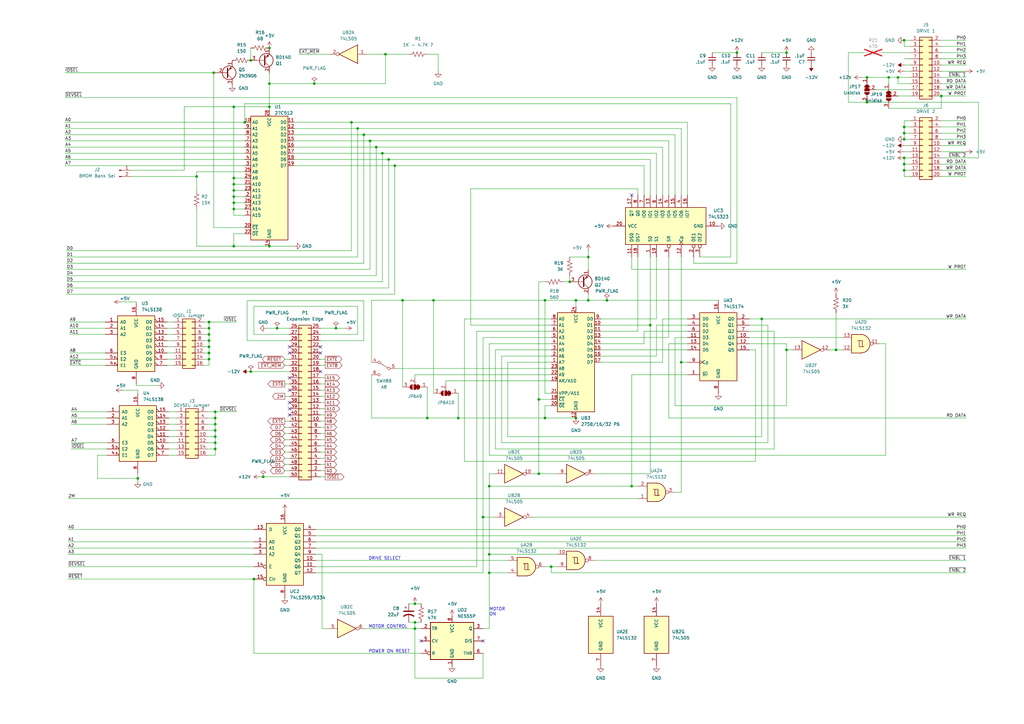
<source format=kicad_sch>
(kicad_sch
	(version 20250114)
	(generator "eeschema")
	(generator_version "9.0")
	(uuid "8d29f76a-632b-4d71-951f-82f85a7a70e9")
	(paper "A3")
	
	(text "DRIVE SELECT"
		(exclude_from_sim no)
		(at 151.13 229.87 0)
		(effects
			(font
				(size 1.27 1.27)
			)
			(justify left bottom)
		)
		(uuid "32096c80-1d98-4ed0-8b17-2c750151b76c")
	)
	(text "MOTOR CONTROL"
		(exclude_from_sim no)
		(at 151.13 257.81 0)
		(effects
			(font
				(size 1.27 1.27)
			)
			(justify left bottom)
		)
		(uuid "b6ef62f4-c465-4c3c-acae-af238f4f26b2")
	)
	(text "POWER ON RESET"
		(exclude_from_sim no)
		(at 151.13 267.97 0)
		(effects
			(font
				(size 1.27 1.27)
			)
			(justify left bottom)
		)
		(uuid "dc85ec82-107c-4516-8ee4-ef92570893f2")
	)
	(text "MOTOR\nON"
		(exclude_from_sim no)
		(at 200.66 252.73 0)
		(effects
			(font
				(size 1.27 1.27)
			)
			(justify left bottom)
		)
		(uuid "f1de4597-caac-4049-8722-f6b4249c5637")
	)
	(junction
		(at 266.7 133.35)
		(diameter 0)
		(color 0 0 0 0)
		(uuid "0a7b412f-70cb-4bdd-ac90-37c18fe81247")
	)
	(junction
		(at 113.665 134.62)
		(diameter 0)
		(color 0 0 0 0)
		(uuid "0d70563e-f092-45cc-a046-356b7b533eae")
	)
	(junction
		(at 175.26 171.45)
		(diameter 0)
		(color 0 0 0 0)
		(uuid "0fcd1b19-a0e9-41d2-b72f-544f1d650623")
	)
	(junction
		(at 128.905 34.29)
		(diameter 0)
		(color 0 0 0 0)
		(uuid "11855bad-6517-4f30-a89f-01fa51388bef")
	)
	(junction
		(at 85.725 144.78)
		(diameter 0)
		(color 0 0 0 0)
		(uuid "15605a0c-cf96-43bb-bf76-4c3d136378e6")
	)
	(junction
		(at 85.725 142.24)
		(diameter 0)
		(color 0 0 0 0)
		(uuid "1d4718a5-778a-4c3f-af8e-520b4e244b5b")
	)
	(junction
		(at 88.265 184.15)
		(diameter 0)
		(color 0 0 0 0)
		(uuid "1e542cfd-ea36-43ee-93f7-7150fc86a6b4")
	)
	(junction
		(at 368.3 31.75)
		(diameter 0)
		(color 0 0 0 0)
		(uuid "1e8fbe2b-8679-4f6a-aaab-41b5049b065b")
	)
	(junction
		(at 386.08 39.37)
		(diameter 0)
		(color 0 0 0 0)
		(uuid "1ea8a149-4aba-4853-bb4c-0394837ed622")
	)
	(junction
		(at 95.885 100.965)
		(diameter 0)
		(color 0 0 0 0)
		(uuid "213e2fcc-48bd-4204-9d48-9a943fc64cd6")
	)
	(junction
		(at 200.66 227.33)
		(diameter 0)
		(color 0 0 0 0)
		(uuid "21deab9e-fe49-40f1-b271-ad9e3c1158a7")
	)
	(junction
		(at 88.265 168.91)
		(diameter 0)
		(color 0 0 0 0)
		(uuid "24448ccd-4e6b-4297-b1cd-b6b3f34a53d5")
	)
	(junction
		(at 95.885 78.105)
		(diameter 0)
		(color 0 0 0 0)
		(uuid "25f08a18-5173-49a1-aa77-e63c3fb09d67")
	)
	(junction
		(at 158.115 22.225)
		(diameter 0)
		(color 0 0 0 0)
		(uuid "27b08bf3-8111-4a1b-96e8-87c4fc51cf03")
	)
	(junction
		(at 100.33 50.165)
		(diameter 0)
		(color 0 0 0 0)
		(uuid "28fb8a3f-b729-4ea4-99d2-cd1ac9fbe931")
	)
	(junction
		(at 88.265 179.07)
		(diameter 0)
		(color 0 0 0 0)
		(uuid "2c34ae5a-d1be-4bcf-bebe-ffa670279c84")
	)
	(junction
		(at 241.3 105.41)
		(diameter 0)
		(color 0 0 0 0)
		(uuid "2fbcbfb6-89ff-44c4-b8ab-a14cc42ccb95")
	)
	(junction
		(at 177.8 123.19)
		(diameter 0)
		(color 0 0 0 0)
		(uuid "2fbe639f-423f-406d-b3a5-bf37d891e6a4")
	)
	(junction
		(at 146.685 52.705)
		(diameter 0)
		(color 0 0 0 0)
		(uuid "30f5f225-0a6f-48a9-bb29-175458688e88")
	)
	(junction
		(at 88.265 176.53)
		(diameter 0)
		(color 0 0 0 0)
		(uuid "3cd3a86d-dd12-4db6-88c3-bb7512f569e8")
	)
	(junction
		(at 95.885 85.725)
		(diameter 0)
		(color 0 0 0 0)
		(uuid "3d15289f-6bd0-498d-9a91-a024047ae632")
	)
	(junction
		(at 370.84 57.15)
		(diameter 0)
		(color 0 0 0 0)
		(uuid "40c57ef4-872a-4933-bfac-3fad98a7faeb")
	)
	(junction
		(at 248.92 123.19)
		(diameter 0)
		(color 0 0 0 0)
		(uuid "411117a2-cbb1-4f78-ac10-4506435da1cc")
	)
	(junction
		(at 95.885 73.025)
		(diameter 0)
		(color 0 0 0 0)
		(uuid "44338e21-f061-4f16-bddc-4b95d1200ff8")
	)
	(junction
		(at 56.515 196.215)
		(diameter 0)
		(color 0 0 0 0)
		(uuid "4474fbc5-95c0-46eb-be76-03f928b7ae21")
	)
	(junction
		(at 302.26 21.59)
		(diameter 0)
		(color 0 0 0 0)
		(uuid "463c12d8-e767-4dd8-97c0-cdb283823d10")
	)
	(junction
		(at 110.49 19.685)
		(diameter 0)
		(color 0 0 0 0)
		(uuid "48f81a56-49db-4185-8015-98a131804cbb")
	)
	(junction
		(at 259.08 199.39)
		(diameter 0)
		(color 0 0 0 0)
		(uuid "4d1bf63f-0fa7-41aa-b85c-9f91e7e3a330")
	)
	(junction
		(at 322.58 21.59)
		(diameter 0)
		(color 0 0 0 0)
		(uuid "5050a3d7-cc2e-41dc-a3ff-0ef2e03614ae")
	)
	(junction
		(at 88.265 171.45)
		(diameter 0)
		(color 0 0 0 0)
		(uuid "528db227-f1ec-48a4-84f3-957e6a0e2945")
	)
	(junction
		(at 85.725 137.16)
		(diameter 0)
		(color 0 0 0 0)
		(uuid "567b4917-422e-4da3-896c-e3f1f7b69bc9")
	)
	(junction
		(at 370.84 16.51)
		(diameter 0)
		(color 0 0 0 0)
		(uuid "5d0ce87b-48fa-46aa-8a28-60ec56664695")
	)
	(junction
		(at 88.265 181.61)
		(diameter 0)
		(color 0 0 0 0)
		(uuid "5f72fc10-b556-4014-a2dc-4c1edea61bbb")
	)
	(junction
		(at 154.305 60.325)
		(diameter 0)
		(color 0 0 0 0)
		(uuid "69a5cb29-894a-4088-9123-a45b36745aad")
	)
	(junction
		(at 88.265 173.99)
		(diameter 0)
		(color 0 0 0 0)
		(uuid "6beb30db-72de-42e8-a0d7-1b562182385d")
	)
	(junction
		(at 220.98 194.31)
		(diameter 0)
		(color 0 0 0 0)
		(uuid "6c2f69b3-9b7c-434c-bb20-a6baea35c014")
	)
	(junction
		(at 102.87 152.4)
		(diameter 0)
		(color 0 0 0 0)
		(uuid "73168b4e-2496-40f1-8c4e-8403ce5a783a")
	)
	(junction
		(at 104.14 237.49)
		(diameter 0)
		(color 0 0 0 0)
		(uuid "73b75c6b-0481-4c40-949d-c5403ad081db")
	)
	(junction
		(at 223.52 171.45)
		(diameter 0)
		(color 0 0 0 0)
		(uuid "74ce27dd-9302-47bd-9530-c0089a1ffdd7")
	)
	(junction
		(at 223.52 123.19)
		(diameter 0)
		(color 0 0 0 0)
		(uuid "765d1403-fae0-4f23-849a-ea42aa11bdd6")
	)
	(junction
		(at 370.84 54.61)
		(diameter 0)
		(color 0 0 0 0)
		(uuid "786a55f6-f68a-4747-9143-eb9c21ad29f8")
	)
	(junction
		(at 161.925 67.945)
		(diameter 0)
		(color 0 0 0 0)
		(uuid "797db6ae-81a2-4e43-b4a3-1a961e3d2ce2")
	)
	(junction
		(at 151.765 57.785)
		(diameter 0)
		(color 0 0 0 0)
		(uuid "7b51218c-7899-428e-9d5a-d5cbdf48df8f")
	)
	(junction
		(at 159.385 65.405)
		(diameter 0)
		(color 0 0 0 0)
		(uuid "7fbb1f98-7376-4587-9074-f062416820d2")
	)
	(junction
		(at 241.3 123.19)
		(diameter 0)
		(color 0 0 0 0)
		(uuid "813bc9ac-6aff-4f98-8f32-f441000ea493")
	)
	(junction
		(at 233.68 115.57)
		(diameter 0)
		(color 0 0 0 0)
		(uuid "817bd96e-b692-4715-983a-e1dd4ef73bb8")
	)
	(junction
		(at 95.885 83.185)
		(diameter 0)
		(color 0 0 0 0)
		(uuid "82e60a17-5192-47b0-809b-9d2b4e3e2a41")
	)
	(junction
		(at 85.725 132.08)
		(diameter 0)
		(color 0 0 0 0)
		(uuid "83915695-10b4-4375-96ca-404e57c38876")
	)
	(junction
		(at 144.145 50.165)
		(diameter 0)
		(color 0 0 0 0)
		(uuid "84cb6800-fdec-4336-9e0d-692f16a0e20e")
	)
	(junction
		(at 279.4 148.59)
		(diameter 0)
		(color 0 0 0 0)
		(uuid "87a0eb59-2dce-441c-9dd8-c0e92ab69b80")
	)
	(junction
		(at 236.22 171.45)
		(diameter 0)
		(color 0 0 0 0)
		(uuid "87ab83de-161e-4d4e-95e6-304ff7d02787")
	)
	(junction
		(at 198.12 212.09)
		(diameter 0)
		(color 0 0 0 0)
		(uuid "8e5d7652-5f57-4b05-a03e-7724a43fa613")
	)
	(junction
		(at 322.58 143.51)
		(diameter 0)
		(color 0 0 0 0)
		(uuid "9072744a-3983-4bde-8321-c7b4fbdcaee0")
	)
	(junction
		(at 170.18 257.81)
		(diameter 0)
		(color 0 0 0 0)
		(uuid "94683f4a-bad4-4ca4-aec8-1e76d7911546")
	)
	(junction
		(at 170.18 255.27)
		(diameter 0)
		(color 0 0 0 0)
		(uuid "9689360c-62f4-4ccd-928a-0354a8b12062")
	)
	(junction
		(at 170.18 247.65)
		(diameter 0)
		(color 0 0 0 0)
		(uuid "98f039f2-3a30-409f-8e2f-7f3bd469c43e")
	)
	(junction
		(at 370.84 52.07)
		(diameter 0)
		(color 0 0 0 0)
		(uuid "9a860088-5b1b-4997-b300-ff2cfa89e410")
	)
	(junction
		(at 80.645 72.39)
		(diameter 0)
		(color 0 0 0 0)
		(uuid "9c85b338-410e-4f21-85a1-16cc577a80f6")
	)
	(junction
		(at 220.98 163.83)
		(diameter 0)
		(color 0 0 0 0)
		(uuid "a1539d1c-64c7-4e6f-8a9c-97c280e75a99")
	)
	(junction
		(at 156.845 62.865)
		(diameter 0)
		(color 0 0 0 0)
		(uuid "a40c354b-9e3f-4183-952c-982ff222b866")
	)
	(junction
		(at 85.725 134.62)
		(diameter 0)
		(color 0 0 0 0)
		(uuid "a83d4110-ac2d-4f84-be37-09b66f571eb9")
	)
	(junction
		(at 370.84 67.31)
		(diameter 0)
		(color 0 0 0 0)
		(uuid "a8b53387-bb5e-4160-878a-021b66310ef4")
	)
	(junction
		(at 95.885 80.645)
		(diameter 0)
		(color 0 0 0 0)
		(uuid "a8beffd9-87f8-453c-afce-3b5f62487bd7")
	)
	(junction
		(at 110.49 34.29)
		(diameter 0)
		(color 0 0 0 0)
		(uuid "aa1ed054-f711-417c-8905-992984459449")
	)
	(junction
		(at 87.63 29.845)
		(diameter 0)
		(color 0 0 0 0)
		(uuid "aa8fb7e6-99cf-47d0-8987-dd0143778620")
	)
	(junction
		(at 85.725 147.32)
		(diameter 0)
		(color 0 0 0 0)
		(uuid "b1fa9f39-1a4a-4822-9751-a1f130395fdb")
	)
	(junction
		(at 85.725 139.7)
		(diameter 0)
		(color 0 0 0 0)
		(uuid "b39130d2-2e46-4427-8a0f-d53c56f819d3")
	)
	(junction
		(at 200.66 199.39)
		(diameter 0)
		(color 0 0 0 0)
		(uuid "b3d6d337-68bb-4836-b7fe-89e885bcad7c")
	)
	(junction
		(at 107.95 195.58)
		(diameter 0)
		(color 0 0 0 0)
		(uuid "b43531cc-d855-47bf-9fda-9f8d05b34154")
	)
	(junction
		(at 370.84 64.77)
		(diameter 0)
		(color 0 0 0 0)
		(uuid "b6c465a5-bb87-454a-97c7-05467e0dccf6")
	)
	(junction
		(at 200.66 234.95)
		(diameter 0)
		(color 0 0 0 0)
		(uuid "bf10109e-476a-4edb-af39-68c09c46d515")
	)
	(junction
		(at 149.225 55.245)
		(diameter 0)
		(color 0 0 0 0)
		(uuid "bf139f30-b47c-44ad-b650-ef3c6c14a974")
	)
	(junction
		(at 187.96 171.45)
		(diameter 0)
		(color 0 0 0 0)
		(uuid "c08062d7-1b78-4587-b25a-178cfd6e8359")
	)
	(junction
		(at 165.1 123.19)
		(diameter 0)
		(color 0 0 0 0)
		(uuid "df6e76e0-121d-4bfb-882d-7e2eb0e220e9")
	)
	(junction
		(at 355.6 31.75)
		(diameter 0)
		(color 0 0 0 0)
		(uuid "e148e5c5-24ad-4f9f-95ae-ac7f40a64813")
	)
	(junction
		(at 342.9 143.51)
		(diameter 0)
		(color 0 0 0 0)
		(uuid "e2416487-9682-4e25-b69e-39b86bcb6212")
	)
	(junction
		(at 137.795 134.62)
		(diameter 0)
		(color 0 0 0 0)
		(uuid "e76ea7fc-527b-4625-91f4-3cce4c59b318")
	)
	(junction
		(at 110.49 100.965)
		(diameter 0)
		(color 0 0 0 0)
		(uuid "e7731c50-b6c3-43ed-a754-4cb97513f8f8")
	)
	(junction
		(at 236.22 123.19)
		(diameter 0)
		(color 0 0 0 0)
		(uuid "e7b57ddc-28e9-4fe3-beee-f7ac91049199")
	)
	(junction
		(at 370.84 69.85)
		(diameter 0)
		(color 0 0 0 0)
		(uuid "e842378a-2f4b-489f-9cb1-df531ab6638b")
	)
	(junction
		(at 312.42 130.81)
		(diameter 0)
		(color 0 0 0 0)
		(uuid "ec467555-1589-4c66-b85c-290dc8c684e7")
	)
	(junction
		(at 95.885 43.815)
		(diameter 0)
		(color 0 0 0 0)
		(uuid "ec4ee92f-b995-4c82-a511-8424fb0c79b2")
	)
	(junction
		(at 102.87 24.765)
		(diameter 0)
		(color 0 0 0 0)
		(uuid "f3c78879-5f49-4fbc-8c25-cdbf689615e4")
	)
	(junction
		(at 226.06 232.41)
		(diameter 0)
		(color 0 0 0 0)
		(uuid "f7d6edbc-0cf0-400c-bdd8-390463e62a6f")
	)
	(junction
		(at 364.49 31.75)
		(diameter 0)
		(color 0 0 0 0)
		(uuid "f866dbb5-de03-4d6d-a840-f4944249ed73")
	)
	(junction
		(at 95.885 75.565)
		(diameter 0)
		(color 0 0 0 0)
		(uuid "fc92d096-10d0-42f8-9ddf-df80125b38cd")
	)
	(junction
		(at 355.6 41.91)
		(diameter 0)
		(color 0 0 0 0)
		(uuid "fe2cb73c-c9d3-40ab-a3af-645fc2e660d9")
	)
	(junction
		(at 110.49 43.815)
		(diameter 0)
		(color 0 0 0 0)
		(uuid "fe4b238e-e2ac-4962-9665-41ac3473b4bd")
	)
	(no_connect
		(at 131.445 142.24)
		(uuid "09cb5ca2-f037-4767-bd4d-094c054413ca")
	)
	(no_connect
		(at 118.745 144.78)
		(uuid "0c808b20-1ba0-487f-bde6-631fcdf86992")
	)
	(no_connect
		(at 172.72 262.89)
		(uuid "24ce83df-adc7-49b1-8de5-59140a6a241c")
	)
	(no_connect
		(at 259.08 80.01)
		(uuid "3801ac87-4c62-4d90-bb89-bd02a827a7a2")
	)
	(no_connect
		(at 118.745 167.64)
		(uuid "3df9b39c-f7bd-4e28-98f6-f2a8b555dccf")
	)
	(no_connect
		(at 118.745 165.1)
		(uuid "5ea4b0f4-536a-4279-ac4c-04203f194641")
	)
	(no_connect
		(at 131.445 144.78)
		(uuid "74c89753-aa43-46ac-82d6-f1c8035f7dc9")
	)
	(no_connect
		(at 198.12 262.89)
		(uuid "76bde493-9706-455b-a7ea-a279cace855f")
	)
	(no_connect
		(at 118.745 160.02)
		(uuid "7f40a9b2-6015-430a-bf2e-e9397fb5675f")
	)
	(no_connect
		(at 118.745 142.24)
		(uuid "845f3c28-3ea3-4169-9f2b-9dd6d4e7a7f3")
	)
	(no_connect
		(at 131.445 152.4)
		(uuid "a65c5215-f32e-4281-a70d-d2e04994f325")
	)
	(no_connect
		(at 118.745 170.18)
		(uuid "cc97dbf1-a437-4548-ac8f-50dfd2b59e4a")
	)
	(no_connect
		(at 118.745 154.94)
		(uuid "dfa21c67-ce2b-471f-aa3e-6773bee1e862")
	)
	(wire
		(pts
			(xy 322.58 140.97) (xy 322.58 143.51)
		)
		(stroke
			(width 0)
			(type default)
		)
		(uuid "002fd2d7-be66-4a87-8e49-65dcdd3be486")
	)
	(wire
		(pts
			(xy 386.08 44.45) (xy 386.08 39.37)
		)
		(stroke
			(width 0)
			(type default)
		)
		(uuid "005520ab-aa54-434d-95d0-10b1cd21ee1c")
	)
	(wire
		(pts
			(xy 85.725 132.08) (xy 85.725 134.62)
		)
		(stroke
			(width 0)
			(type default)
		)
		(uuid "00a94d22-003f-40ec-845f-c4453633bc53")
	)
	(wire
		(pts
			(xy 56.515 194.31) (xy 56.515 196.215)
		)
		(stroke
			(width 0)
			(type default)
		)
		(uuid "010d2632-ed4a-42a1-88c1-728d0e602dd6")
	)
	(wire
		(pts
			(xy 193.04 77.47) (xy 193.04 133.35)
		)
		(stroke
			(width 0)
			(type default)
		)
		(uuid "01cfb3cc-45cf-4443-824a-1ca7d2dfc72d")
	)
	(wire
		(pts
			(xy 170.18 257.81) (xy 172.72 257.81)
		)
		(stroke
			(width 0)
			(type default)
		)
		(uuid "02da0d16-3d12-46a4-9bc8-dac4689f99fc")
	)
	(wire
		(pts
			(xy 28.575 134.62) (xy 43.18 134.62)
		)
		(stroke
			(width 0)
			(type default)
		)
		(uuid "0372d352-2b15-4522-a99d-9b308d4b21f3")
	)
	(wire
		(pts
			(xy 236.22 123.19) (xy 236.22 125.73)
		)
		(stroke
			(width 0)
			(type default)
		)
		(uuid "03d3d3d3-e776-4c5d-a5f8-483f41545fa0")
	)
	(wire
		(pts
			(xy 276.86 55.245) (xy 276.86 80.01)
		)
		(stroke
			(width 0)
			(type default)
		)
		(uuid "040f556c-b731-474e-ba57-fe04d7580ff1")
	)
	(wire
		(pts
			(xy 203.2 184.15) (xy 317.5 184.15)
		)
		(stroke
			(width 0)
			(type default)
		)
		(uuid "0553e7ea-1d50-48ac-ac36-3cd63cd9aeea")
	)
	(wire
		(pts
			(xy 370.84 54.61) (xy 370.84 57.15)
		)
		(stroke
			(width 0)
			(type default)
		)
		(uuid "05fc52a7-2bcc-4649-8376-4c214b84bb97")
	)
	(wire
		(pts
			(xy 205.74 146.05) (xy 226.06 146.05)
		)
		(stroke
			(width 0)
			(type default)
		)
		(uuid "066d9bf1-cbb7-4a76-8a70-c98dcfc4f1de")
	)
	(wire
		(pts
			(xy 83.82 137.16) (xy 85.725 137.16)
		)
		(stroke
			(width 0)
			(type default)
		)
		(uuid "069b6b70-2781-406e-a655-e9752625b982")
	)
	(wire
		(pts
			(xy 104.14 125.603) (xy 104.14 137.16)
		)
		(stroke
			(width 0)
			(type default)
		)
		(uuid "07f2b615-5605-464c-80d8-11014832cdd0")
	)
	(wire
		(pts
			(xy 158.115 34.29) (xy 158.115 22.225)
		)
		(stroke
			(width 0)
			(type default)
		)
		(uuid "07f86f79-4086-4875-8ceb-b9ee61abd8d7")
	)
	(wire
		(pts
			(xy 129.54 229.87) (xy 208.28 229.87)
		)
		(stroke
			(width 0)
			(type default)
		)
		(uuid "07f89384-a348-4bbf-a28a-b33c80b0b3ed")
	)
	(wire
		(pts
			(xy 386.08 69.85) (xy 396.24 69.85)
		)
		(stroke
			(width 0)
			(type default)
		)
		(uuid "08362519-b1e4-4590-b4b6-c24b3a2cf7bb")
	)
	(wire
		(pts
			(xy 110.49 100.965) (xy 95.885 100.965)
		)
		(stroke
			(width 0)
			(type default)
		)
		(uuid "08b944f9-7dea-4203-be7a-53c1dd3bf68f")
	)
	(wire
		(pts
			(xy 190.5 189.23) (xy 309.88 189.23)
		)
		(stroke
			(width 0)
			(type default)
		)
		(uuid "0a546a50-d10e-4e34-9f3b-20da1ac81caa")
	)
	(wire
		(pts
			(xy 226.06 234.95) (xy 396.24 234.95)
		)
		(stroke
			(width 0)
			(type default)
		)
		(uuid "0ae6ec9f-c2d0-41a1-90f4-0b58ed9f7c02")
	)
	(wire
		(pts
			(xy 120.65 60.325) (xy 154.305 60.325)
		)
		(stroke
			(width 0)
			(type default)
		)
		(uuid "0b9926af-65cd-4ea2-9312-fe7c9913ce8e")
	)
	(wire
		(pts
			(xy 83.82 139.7) (xy 85.725 139.7)
		)
		(stroke
			(width 0)
			(type default)
		)
		(uuid "0be18984-773f-49ef-a1ef-0ae3e40ae114")
	)
	(wire
		(pts
			(xy 246.38 133.35) (xy 266.7 133.35)
		)
		(stroke
			(width 0)
			(type default)
		)
		(uuid "0c7cadb5-6da1-4221-83d0-f0170aff118f")
	)
	(wire
		(pts
			(xy 131.445 185.42) (xy 133.35 185.42)
		)
		(stroke
			(width 0)
			(type default)
		)
		(uuid "0cd9d382-dd16-4687-ae20-27db55c4969f")
	)
	(wire
		(pts
			(xy 322.58 21.59) (xy 312.42 21.59)
		)
		(stroke
			(width 0)
			(type default)
		)
		(uuid "0eb99482-694f-4ff1-89fa-58ae1322d661")
	)
	(wire
		(pts
			(xy 95.885 83.185) (xy 95.885 85.725)
		)
		(stroke
			(width 0)
			(type default)
		)
		(uuid "0ee42175-0922-4fb8-8624-c0ef2f28e750")
	)
	(wire
		(pts
			(xy 29.21 173.99) (xy 43.815 173.99)
		)
		(stroke
			(width 0)
			(type default)
		)
		(uuid "0eeabcd7-348c-496c-bf89-9efee8011e76")
	)
	(wire
		(pts
			(xy 75.565 43.815) (xy 75.565 69.85)
		)
		(stroke
			(width 0)
			(type default)
		)
		(uuid "0f6a6bb9-658a-4cc8-aaab-2f8456bff783")
	)
	(wire
		(pts
			(xy 220.98 115.57) (xy 220.98 163.83)
		)
		(stroke
			(width 0)
			(type default)
		)
		(uuid "0fe8bb65-946b-4e9d-a4b7-45277f4d9e4f")
	)
	(wire
		(pts
			(xy 131.445 157.48) (xy 133.35 157.48)
		)
		(stroke
			(width 0)
			(type default)
		)
		(uuid "11530c3b-e92a-4222-8587-26beff227523")
	)
	(wire
		(pts
			(xy 85.725 144.78) (xy 85.725 147.32)
		)
		(stroke
			(width 0)
			(type default)
		)
		(uuid "11dd4137-c665-4866-85ed-f9fe8e15cd9c")
	)
	(wire
		(pts
			(xy 146.685 125.603) (xy 104.14 125.603)
		)
		(stroke
			(width 0)
			(type default)
		)
		(uuid "12ae0546-56ce-4946-ae78-a3f728f0fec8")
	)
	(wire
		(pts
			(xy 80.645 78.105) (xy 80.645 72.39)
		)
		(stroke
			(width 0)
			(type default)
		)
		(uuid "1494a00a-d5e6-40d3-8a0d-634b4142dc48")
	)
	(wire
		(pts
			(xy 226.06 161.29) (xy 223.52 161.29)
		)
		(stroke
			(width 0)
			(type default)
		)
		(uuid "149baa04-afbc-442d-a24d-04fa0302b60f")
	)
	(wire
		(pts
			(xy 129.54 219.71) (xy 396.24 219.71)
		)
		(stroke
			(width 0)
			(type default)
		)
		(uuid "1509c567-c73b-47f2-8d0f-5f03d2c921cd")
	)
	(wire
		(pts
			(xy 101.346 139.7) (xy 118.745 139.7)
		)
		(stroke
			(width 0)
			(type default)
		)
		(uuid "151c7a5c-1632-4466-9a42-660310eb7d64")
	)
	(wire
		(pts
			(xy 116.84 162.56) (xy 118.745 162.56)
		)
		(stroke
			(width 0)
			(type default)
		)
		(uuid "15b9b2c6-c334-4e36-8e4f-94f73fcd7630")
	)
	(wire
		(pts
			(xy 131.445 149.86) (xy 133.35 149.86)
		)
		(stroke
			(width 0)
			(type default)
		)
		(uuid "16401bde-830b-4199-83e6-9779a594a4d2")
	)
	(wire
		(pts
			(xy 116.84 187.96) (xy 118.745 187.96)
		)
		(stroke
			(width 0)
			(type default)
		)
		(uuid "17982d4b-6e11-43bc-b285-ce88a4c766c4")
	)
	(wire
		(pts
			(xy 223.52 171.45) (xy 223.52 166.37)
		)
		(stroke
			(width 0)
			(type default)
		)
		(uuid "17a59436-bf7f-49eb-83e7-c1eeb88a8e1e")
	)
	(wire
		(pts
			(xy 95.885 100.965) (xy 95.885 95.885)
		)
		(stroke
			(width 0)
			(type default)
		)
		(uuid "17b486da-f482-4b8d-b0cc-0d229a8453ed")
	)
	(wire
		(pts
			(xy 149.225 55.245) (xy 149.225 107.95)
		)
		(stroke
			(width 0)
			(type default)
		)
		(uuid "188d085c-7dae-4530-bce0-1bd1ae787617")
	)
	(wire
		(pts
			(xy 27.305 105.41) (xy 146.685 105.41)
		)
		(stroke
			(width 0)
			(type default)
		)
		(uuid "18bb29e6-bd56-4695-9c90-9d4b55326793")
	)
	(wire
		(pts
			(xy 95.885 80.645) (xy 100.33 80.645)
		)
		(stroke
			(width 0)
			(type default)
		)
		(uuid "18cd97b8-567e-461a-a569-6d9b12001701")
	)
	(wire
		(pts
			(xy 161.925 67.945) (xy 161.925 120.65)
		)
		(stroke
			(width 0)
			(type default)
		)
		(uuid "19500551-9ab5-4760-9805-a118fda9c985")
	)
	(wire
		(pts
			(xy 137.795 134.62) (xy 141.605 134.62)
		)
		(stroke
			(width 0)
			(type default)
		)
		(uuid "1aba3dc2-049b-4e21-8ae3-c106f809e894")
	)
	(wire
		(pts
			(xy 299.72 105.41) (xy 287.02 105.41)
		)
		(stroke
			(width 0)
			(type default)
		)
		(uuid "1b90a748-4469-4403-b368-76126115304b")
	)
	(wire
		(pts
			(xy 131.445 182.88) (xy 133.35 182.88)
		)
		(stroke
			(width 0)
			(type default)
		)
		(uuid "1bdb2ec4-0b54-486d-ab8a-3a3cf73fc46f")
	)
	(wire
		(pts
			(xy 386.08 67.31) (xy 396.24 67.31)
		)
		(stroke
			(width 0)
			(type default)
		)
		(uuid "1be80b5c-5e71-4a4a-961c-b34579570a79")
	)
	(wire
		(pts
			(xy 80.645 100.965) (xy 95.885 100.965)
		)
		(stroke
			(width 0)
			(type default)
		)
		(uuid "1c2e235a-339a-47a3-aba3-d1a6fd75e080")
	)
	(wire
		(pts
			(xy 144.145 50.165) (xy 281.94 50.165)
		)
		(stroke
			(width 0)
			(type default)
		)
		(uuid "1c9db634-753f-4221-a5bc-7ad4208eb554")
	)
	(wire
		(pts
			(xy 129.54 224.79) (xy 396.24 224.79)
		)
		(stroke
			(width 0)
			(type default)
		)
		(uuid "1cab1c13-e5e2-44d6-8611-199df41cc51a")
	)
	(wire
		(pts
			(xy 386.08 57.15) (xy 396.24 57.15)
		)
		(stroke
			(width 0)
			(type default)
		)
		(uuid "1d496e3c-d9a8-486f-a410-c99bf08bd807")
	)
	(wire
		(pts
			(xy 182.88 156.21) (xy 226.06 156.21)
		)
		(stroke
			(width 0)
			(type default)
		)
		(uuid "1d645bd8-e4d0-4196-b656-0a2f2aeb2164")
	)
	(wire
		(pts
			(xy 364.49 31.75) (xy 368.3 31.75)
		)
		(stroke
			(width 0)
			(type default)
		)
		(uuid "1dda161e-260d-4726-85f3-e91e571d654a")
	)
	(wire
		(pts
			(xy 198.12 138.43) (xy 198.12 212.09)
		)
		(stroke
			(width 0)
			(type default)
		)
		(uuid "1e9b3331-6e4c-425f-bd5b-40abfe37006d")
	)
	(wire
		(pts
			(xy 159.385 65.405) (xy 159.385 118.11)
		)
		(stroke
			(width 0)
			(type default)
		)
		(uuid "1eb92119-727b-45ae-afe1-c32360d66c60")
	)
	(wire
		(pts
			(xy 236.22 123.19) (xy 241.3 123.19)
		)
		(stroke
			(width 0)
			(type default)
		)
		(uuid "1f822886-b150-4786-b463-4be39e03903a")
	)
	(wire
		(pts
			(xy 386.08 64.77) (xy 401.32 64.77)
		)
		(stroke
			(width 0)
			(type default)
		)
		(uuid "1fe2f8af-ca13-49d2-b540-1d676020e7bd")
	)
	(wire
		(pts
			(xy 149.225 139.7) (xy 149.225 123.317)
		)
		(stroke
			(width 0)
			(type default)
		)
		(uuid "203d27a7-ebba-4d12-badd-bc5fc73a868a")
	)
	(wire
		(pts
			(xy 146.685 52.705) (xy 279.4 52.705)
		)
		(stroke
			(width 0)
			(type default)
		)
		(uuid "206dcf71-bf16-4891-9f5e-88ec4e245610")
	)
	(wire
		(pts
			(xy 302.26 21.59) (xy 292.1 21.59)
		)
		(stroke
			(width 0)
			(type default)
		)
		(uuid "20b6a1e8-b9fb-42eb-aebb-c1936f2291ce")
	)
	(wire
		(pts
			(xy 68.58 142.24) (xy 71.12 142.24)
		)
		(stroke
			(width 0)
			(type default)
		)
		(uuid "226991fb-ca2b-48ff-8520-0a29fe7d9306")
	)
	(wire
		(pts
			(xy 353.06 31.75) (xy 355.6 31.75)
		)
		(stroke
			(width 0)
			(type default)
		)
		(uuid "22875feb-91b0-472b-8b00-e74ac9893d1e")
	)
	(wire
		(pts
			(xy 269.24 62.865) (xy 269.24 80.01)
		)
		(stroke
			(width 0)
			(type default)
		)
		(uuid "2375a23b-508c-4bd3-8e4f-5aebe6b07800")
	)
	(wire
		(pts
			(xy 80.645 72.39) (xy 80.645 70.485)
		)
		(stroke
			(width 0)
			(type default)
		)
		(uuid "23955a25-f4da-497a-b473-c0e5f5f270aa")
	)
	(wire
		(pts
			(xy 274.32 105.41) (xy 274.32 138.43)
		)
		(stroke
			(width 0)
			(type default)
		)
		(uuid "23cc4ae3-9b03-40bb-82e0-23fc4d40ea5f")
	)
	(wire
		(pts
			(xy 29.21 168.91) (xy 43.815 168.91)
		)
		(stroke
			(width 0)
			(type default)
		)
		(uuid "23d03d7f-3fa3-4262-94ef-c7d67723f473")
	)
	(wire
		(pts
			(xy 363.22 186.69) (xy 363.22 140.97)
		)
		(stroke
			(width 0)
			(type default)
		)
		(uuid "24bfe3c6-60e2-4a78-bb62-924392218143")
	)
	(wire
		(pts
			(xy 131.445 175.26) (xy 133.35 175.26)
		)
		(stroke
			(width 0)
			(type default)
		)
		(uuid "25d35aca-2b44-482d-a9c6-cd18913cbaf2")
	)
	(wire
		(pts
			(xy 317.5 184.15) (xy 317.5 135.89)
		)
		(stroke
			(width 0)
			(type default)
		)
		(uuid "26bfe3d7-2568-4e2f-8999-9e95f79e347d")
	)
	(wire
		(pts
			(xy 85.09 168.91) (xy 88.265 168.91)
		)
		(stroke
			(width 0)
			(type default)
		)
		(uuid "27b53377-6b90-493b-b895-b0fcefdc409c")
	)
	(wire
		(pts
			(xy 55.88 158.115) (xy 55.88 157.48)
		)
		(stroke
			(width 0)
			(type default)
		)
		(uuid "285627d0-acc1-4cd2-89a3-1af34c724ae4")
	)
	(wire
		(pts
			(xy 226.06 140.97) (xy 200.66 140.97)
		)
		(stroke
			(width 0)
			(type default)
		)
		(uuid "2955a851-e884-4a7a-9a3c-fd1a5dc84502")
	)
	(wire
		(pts
			(xy 27.94 204.47) (xy 261.62 204.47)
		)
		(stroke
			(width 0)
			(type default)
		)
		(uuid "29c06ac6-9c42-4ff5-bb25-48d0c8388580")
	)
	(wire
		(pts
			(xy 170.18 278.13) (xy 170.18 257.81)
		)
		(stroke
			(width 0)
			(type default)
		)
		(uuid "2a298268-8c25-4a45-ac9c-e4dea7c4f57f")
	)
	(wire
		(pts
			(xy 100.33 42.545) (xy 100.33 50.165)
		)
		(stroke
			(width 0)
			(type default)
		)
		(uuid "2a2a7cf9-e7e9-47ed-92d0-ed0421f9cb4d")
	)
	(wire
		(pts
			(xy 131.445 170.18) (xy 133.35 170.18)
		)
		(stroke
			(width 0)
			(type default)
		)
		(uuid "2ab04268-d2c1-443d-9da8-f95d2b922db2")
	)
	(wire
		(pts
			(xy 53.975 72.39) (xy 80.645 72.39)
		)
		(stroke
			(width 0)
			(type default)
		)
		(uuid "2b5a2f12-d2ee-4114-84b5-06e37c3a525f")
	)
	(wire
		(pts
			(xy 342.9 143.51) (xy 342.9 128.27)
		)
		(stroke
			(width 0)
			(type default)
		)
		(uuid "2ba5ec4f-a8db-4682-b3f7-54096fceba9a")
	)
	(wire
		(pts
			(xy 243.84 194.31) (xy 266.7 194.31)
		)
		(stroke
			(width 0)
			(type default)
		)
		(uuid "2c16da2e-69d4-4190-802f-fbd3cd59c96a")
	)
	(wire
		(pts
			(xy 129.54 234.95) (xy 198.12 234.95)
		)
		(stroke
			(width 0)
			(type default)
		)
		(uuid "2c8f55da-067b-4d3b-820e-5c0a11e5c7ab")
	)
	(wire
		(pts
			(xy 266.7 65.405) (xy 266.7 80.01)
		)
		(stroke
			(width 0)
			(type default)
		)
		(uuid "2c9b0c63-46b3-42f9-8c9e-6a34c099e00c")
	)
	(wire
		(pts
			(xy 27.305 102.87) (xy 144.145 102.87)
		)
		(stroke
			(width 0)
			(type default)
		)
		(uuid "2cbe804e-fa9f-40b7-8273-4e50a6d4c6f4")
	)
	(wire
		(pts
			(xy 27.305 107.95) (xy 149.225 107.95)
		)
		(stroke
			(width 0)
			(type default)
		)
		(uuid "2cc0634a-2688-4834-ae28-e2595dafd825")
	)
	(wire
		(pts
			(xy 200.66 227.33) (xy 200.66 234.95)
		)
		(stroke
			(width 0)
			(type default)
		)
		(uuid "2cc630b5-2500-4fa2-886f-ccf6a7ba2fa0")
	)
	(wire
		(pts
			(xy 95.885 83.185) (xy 100.33 83.185)
		)
		(stroke
			(width 0)
			(type default)
		)
		(uuid "2d35af53-f4dc-4d5f-894d-cb4d07b6d7c6")
	)
	(wire
		(pts
			(xy 259.08 153.67) (xy 281.94 153.67)
		)
		(stroke
			(width 0)
			(type default)
		)
		(uuid "2d486cf5-9a66-448a-ba10-6b0c54ed43a4")
	)
	(wire
		(pts
			(xy 83.82 149.86) (xy 85.725 149.86)
		)
		(stroke
			(width 0)
			(type default)
		)
		(uuid "2e1afdfd-04a4-4a81-86fa-5d91ad3a5d78")
	)
	(wire
		(pts
			(xy 116.84 177.8) (xy 118.745 177.8)
		)
		(stroke
			(width 0)
			(type default)
		)
		(uuid "2f250031-cd09-4dcd-a85f-5ef9ad5a6c05")
	)
	(wire
		(pts
			(xy 386.08 21.59) (xy 396.24 21.59)
		)
		(stroke
			(width 0)
			(type default)
		)
		(uuid "2f6019e0-a517-4718-a181-073367eb84ab")
	)
	(wire
		(pts
			(xy 175.26 158.75) (xy 175.26 171.45)
		)
		(stroke
			(width 0)
			(type default)
		)
		(uuid "2f955026-dcda-40cb-b6e8-e3ef917240f7")
	)
	(wire
		(pts
			(xy 95.885 75.565) (xy 95.885 78.105)
		)
		(stroke
			(width 0)
			(type default)
		)
		(uuid "30403b14-9def-435c-bd6f-a85844ce71df")
	)
	(wire
		(pts
			(xy 27.305 120.65) (xy 161.925 120.65)
		)
		(stroke
			(width 0)
			(type default)
		)
		(uuid "30d6aadb-d508-4cae-a200-774e606bbfa1")
	)
	(wire
		(pts
			(xy 233.68 115.57) (xy 231.14 115.57)
		)
		(stroke
			(width 0)
			(type default)
		)
		(uuid "31b5ebc2-359a-436c-b28f-d05f12289e57")
	)
	(wire
		(pts
			(xy 261.62 105.41) (xy 261.62 135.89)
		)
		(stroke
			(width 0)
			(type default)
		)
		(uuid "31d27f1b-b8bd-4e3f-b671-71b0b22ff6ff")
	)
	(wire
		(pts
			(xy 28.575 132.08) (xy 43.18 132.08)
		)
		(stroke
			(width 0)
			(type default)
		)
		(uuid "32ebe881-783b-4267-a979-85a0df767077")
	)
	(wire
		(pts
			(xy 220.98 163.83) (xy 220.98 194.31)
		)
		(stroke
			(width 0)
			(type default)
		)
		(uuid "340ec47e-6529-496d-b02b-6dc65aedf448")
	)
	(wire
		(pts
			(xy 200.66 186.69) (xy 363.22 186.69)
		)
		(stroke
			(width 0)
			(type default)
		)
		(uuid "34df1aa3-641f-4d1c-aae0-195b7c53ff43")
	)
	(wire
		(pts
			(xy 307.34 135.89) (xy 317.5 135.89)
		)
		(stroke
			(width 0)
			(type default)
		)
		(uuid "353ea4d8-3abc-48c0-990c-e9d2b9121467")
	)
	(wire
		(pts
			(xy 281.94 50.165) (xy 281.94 80.01)
		)
		(stroke
			(width 0)
			(type default)
		)
		(uuid "355d96a7-b863-431a-a668-481b97175e85")
	)
	(wire
		(pts
			(xy 131.445 187.96) (xy 133.35 187.96)
		)
		(stroke
			(width 0)
			(type default)
		)
		(uuid "35ee101e-87d7-4b57-ab93-1eb6551f657b")
	)
	(wire
		(pts
			(xy 80.645 85.725) (xy 80.645 100.965)
		)
		(stroke
			(width 0)
			(type default)
		)
		(uuid "3602f1c3-a297-477e-8d41-723debe510c7")
	)
	(wire
		(pts
			(xy 131.445 195.58) (xy 133.35 195.58)
		)
		(stroke
			(width 0)
			(type default)
		)
		(uuid "36320a72-48da-4e36-8f3e-297e7299917f")
	)
	(wire
		(pts
			(xy 27.94 217.17) (xy 104.14 217.17)
		)
		(stroke
			(width 0)
			(type default)
		)
		(uuid "369901b2-1923-434e-a616-68211a0c0ce3")
	)
	(wire
		(pts
			(xy 49.53 123.825) (xy 55.88 123.825)
		)
		(stroke
			(width 0)
			(type default)
		)
		(uuid "3ab9f7fa-bb85-4bd9-a0b9-1a628caa4860")
	)
	(wire
		(pts
			(xy 167.64 247.65) (xy 170.18 247.65)
		)
		(stroke
			(width 0)
			(type default)
		)
		(uuid "3d57f0a0-b1c2-4787-ae65-480f4bd3f77f")
	)
	(wire
		(pts
			(xy 370.84 49.53) (xy 370.84 52.07)
		)
		(stroke
			(width 0)
			(type default)
		)
		(uuid "3d95c92d-78c7-41b6-8e43-8b3d8ab38152")
	)
	(wire
		(pts
			(xy 386.08 31.75) (xy 396.24 31.75)
		)
		(stroke
			(width 0)
			(type default)
		)
		(uuid "3ec79136-0629-45f8-b356-c72f40a2e69d")
	)
	(wire
		(pts
			(xy 218.44 194.31) (xy 220.98 194.31)
		)
		(stroke
			(width 0)
			(type default)
		)
		(uuid "3ef97970-f9aa-4dc6-890a-33e0c998d573")
	)
	(wire
		(pts
			(xy 243.84 229.87) (xy 396.24 229.87)
		)
		(stroke
			(width 0)
			(type default)
		)
		(uuid "3f141edf-b1b7-4c25-823b-bfa03f422569")
	)
	(wire
		(pts
			(xy 259.08 199.39) (xy 261.62 199.39)
		)
		(stroke
			(width 0)
			(type default)
		)
		(uuid "3fa16c28-6be2-4e36-9bc7-2cd17d08b4ad")
	)
	(wire
		(pts
			(xy 95.885 85.725) (xy 95.885 88.265)
		)
		(stroke
			(width 0)
			(type default)
		)
		(uuid "3facc87a-ce1e-47ac-b4be-1cdec47aa07f")
	)
	(wire
		(pts
			(xy 386.08 24.13) (xy 396.24 24.13)
		)
		(stroke
			(width 0)
			(type default)
		)
		(uuid "3feed079-8bc6-4d67-ab7d-8e4a65739e53")
	)
	(wire
		(pts
			(xy 43.815 186.69) (xy 40.005 186.69)
		)
		(stroke
			(width 0)
			(type default)
		)
		(uuid "3fff86d1-0215-40f2-b4f5-1d9d13e46f2d")
	)
	(wire
		(pts
			(xy 26.67 62.865) (xy 100.33 62.865)
		)
		(stroke
			(width 0)
			(type default)
		)
		(uuid "4019359a-3bb6-4c73-be9d-69368d44296d")
	)
	(wire
		(pts
			(xy 363.22 140.97) (xy 360.68 140.97)
		)
		(stroke
			(width 0)
			(type default)
		)
		(uuid "4073090a-4063-48ca-bfd0-7b0959a55051")
	)
	(wire
		(pts
			(xy 261.62 77.47) (xy 261.62 80.01)
		)
		(stroke
			(width 0)
			(type default)
		)
		(uuid "40a91ace-baf0-4028-b422-59ec3ca66b70")
	)
	(wire
		(pts
			(xy 223.52 123.19) (xy 236.22 123.19)
		)
		(stroke
			(width 0)
			(type default)
		)
		(uuid "40b37fdc-49cf-470d-801c-1a777e9b0e0e")
	)
	(wire
		(pts
			(xy 370.84 29.21) (xy 373.38 29.21)
		)
		(stroke
			(width 0)
			(type default)
		)
		(uuid "41060587-c2d8-4e8f-a01c-928ff4b0ca66")
	)
	(wire
		(pts
			(xy 156.845 62.865) (xy 156.845 115.57)
		)
		(stroke
			(width 0)
			(type default)
		)
		(uuid "42282eba-76d3-4680-9acd-29a7910d6f92")
	)
	(wire
		(pts
			(xy 85.09 184.15) (xy 88.265 184.15)
		)
		(stroke
			(width 0)
			(type default)
		)
		(uuid "43c33852-1f67-4bb5-9440-75bf4abec522")
	)
	(wire
		(pts
			(xy 226.06 135.89) (xy 195.58 135.89)
		)
		(stroke
			(width 0)
			(type default)
		)
		(uuid "465934ab-66ff-47fc-819e-58114d99ea9d")
	)
	(wire
		(pts
			(xy 28.575 137.16) (xy 43.18 137.16)
		)
		(stroke
			(width 0)
			(type default)
		)
		(uuid "490d48b1-f053-4697-8c4f-7354f1c4942b")
	)
	(wire
		(pts
			(xy 200.66 227.33) (xy 228.6 227.33)
		)
		(stroke
			(width 0)
			(type default)
		)
		(uuid "49bb305e-3022-453e-9d2d-8ba74eb866d4")
	)
	(wire
		(pts
			(xy 120.65 65.405) (xy 159.385 65.405)
		)
		(stroke
			(width 0)
			(type default)
		)
		(uuid "4a7a3df5-faa0-4584-a24d-1e962d801590")
	)
	(wire
		(pts
			(xy 246.38 138.43) (xy 274.32 138.43)
		)
		(stroke
			(width 0)
			(type default)
		)
		(uuid "4b585418-42cb-4130-9dc1-e19780fdbeff")
	)
	(wire
		(pts
			(xy 40.005 196.215) (xy 56.515 196.215)
		)
		(stroke
			(width 0)
			(type default)
		)
		(uuid "4b72144a-2762-4bc0-934e-9ff21d760d4b")
	)
	(wire
		(pts
			(xy 95.885 80.645) (xy 95.885 83.185)
		)
		(stroke
			(width 0)
			(type default)
		)
		(uuid "4c009b05-d5d4-4d36-a889-932f5925874e")
	)
	(wire
		(pts
			(xy 88.265 168.91) (xy 97.155 168.91)
		)
		(stroke
			(width 0)
			(type default)
		)
		(uuid "4c01b922-5572-40b4-9187-797f37f98304")
	)
	(wire
		(pts
			(xy 95.885 73.025) (xy 95.885 75.565)
		)
		(stroke
			(width 0)
			(type default)
		)
		(uuid "4c132c6d-df46-42cf-b45e-6aa46e7d1930")
	)
	(wire
		(pts
			(xy 27.305 110.49) (xy 151.765 110.49)
		)
		(stroke
			(width 0)
			(type default)
		)
		(uuid "4c9736e0-4d2a-48e6-a968-290a0d85c195")
	)
	(wire
		(pts
			(xy 69.215 181.61) (xy 72.39 181.61)
		)
		(stroke
			(width 0)
			(type default)
		)
		(uuid "4d65ab1b-aa46-4fa7-8dbc-568fab631322")
	)
	(wire
		(pts
			(xy 50.165 160.02) (xy 56.515 160.02)
		)
		(stroke
			(width 0)
			(type default)
		)
		(uuid "4df0addc-455f-4f25-a987-a8f3268a0193")
	)
	(wire
		(pts
			(xy 361.95 21.59) (xy 373.38 21.59)
		)
		(stroke
			(width 0)
			(type default)
		)
		(uuid "4e3aa3e8-0244-470c-bc9b-3303860903a9")
	)
	(wire
		(pts
			(xy 370.84 57.15) (xy 373.38 57.15)
		)
		(stroke
			(width 0)
			(type default)
		)
		(uuid "4e3b2be0-5f48-44a9-8d85-58e214a78b0e")
	)
	(wire
		(pts
			(xy 144.145 50.165) (xy 144.145 102.87)
		)
		(stroke
			(width 0)
			(type default)
		)
		(uuid "4ebd9146-8c37-4161-8f9d-34a263571f42")
	)
	(wire
		(pts
			(xy 226.06 130.81) (xy 190.5 130.81)
		)
		(stroke
			(width 0)
			(type default)
		)
		(uuid "4f138318-f58a-4cde-9948-128e8dd4b666")
	)
	(wire
		(pts
			(xy 274.32 140.97) (xy 281.94 140.97)
		)
		(stroke
			(width 0)
			(type default)
		)
		(uuid "4f19f767-46f5-4d76-b736-68466d9c93a0")
	)
	(wire
		(pts
			(xy 116.84 172.72) (xy 118.745 172.72)
		)
		(stroke
			(width 0)
			(type default)
		)
		(uuid "4faa7985-0186-4e99-b44b-c38c9bbb3ee9")
	)
	(wire
		(pts
			(xy 110.49 34.29) (xy 110.49 43.815)
		)
		(stroke
			(width 0)
			(type default)
		)
		(uuid "5002dc41-5ba7-4a17-8ea3-dc67333ed9cb")
	)
	(wire
		(pts
			(xy 85.09 173.99) (xy 88.265 173.99)
		)
		(stroke
			(width 0)
			(type default)
		)
		(uuid "503ed22f-e666-4adf-a7f5-9aec028d4ff9")
	)
	(wire
		(pts
			(xy 116.84 180.34) (xy 118.745 180.34)
		)
		(stroke
			(width 0)
			(type default)
		)
		(uuid "50614a38-6480-4f87-98cc-9f11de71a2bd")
	)
	(wire
		(pts
			(xy 340.36 143.51) (xy 342.9 143.51)
		)
		(stroke
			(width 0)
			(type default)
		)
		(uuid "50e1d9c1-0b2c-43f6-be44-fc8565473599")
	)
	(wire
		(pts
			(xy 198.12 212.09) (xy 198.12 234.95)
		)
		(stroke
			(width 0)
			(type default)
		)
		(uuid "50e1f7d1-0fd4-4c45-b068-56d850b41a9e")
	)
	(wire
		(pts
			(xy 200.66 199.39) (xy 200.66 194.31)
		)
		(stroke
			(width 0)
			(type default)
		)
		(uuid "512e8485-4cef-4269-bb7d-4a192cf0d938")
	)
	(wire
		(pts
			(xy 170.18 153.67) (xy 170.18 154.94)
		)
		(stroke
			(width 0)
			(type default)
		)
		(uuid "51410709-1c46-49d8-8e45-57989ad2f644")
	)
	(wire
		(pts
			(xy 56.515 160.02) (xy 56.515 161.29)
		)
		(stroke
			(width 0)
			(type default)
		)
		(uuid "52a80e8c-362d-4971-8190-c9279682555a")
	)
	(wire
		(pts
			(xy 309.88 189.23) (xy 309.88 143.51)
		)
		(stroke
			(width 0)
			(type default)
		)
		(uuid "52c4c782-599c-47c8-8692-355a1340da56")
	)
	(wire
		(pts
			(xy 122.555 22.225) (xy 135.255 22.225)
		)
		(stroke
			(width 0)
			(type default)
		)
		(uuid "531236f9-7668-4b77-9f03-d5c4d0bfea5c")
	)
	(wire
		(pts
			(xy 27.94 227.33) (xy 104.14 227.33)
		)
		(stroke
			(width 0)
			(type default)
		)
		(uuid "53d1f588-c076-4cf6-a0aa-99ccd45081d7")
	)
	(wire
		(pts
			(xy 246.38 146.05) (xy 269.24 146.05)
		)
		(stroke
			(width 0)
			(type default)
		)
		(uuid "5444680e-3db0-4d28-9e9e-ddc4f2e05e4b")
	)
	(wire
		(pts
			(xy 88.265 173.99) (xy 88.265 176.53)
		)
		(stroke
			(width 0)
			(type default)
		)
		(uuid "54cfca36-43de-4be1-9110-5a609a5e4daf")
	)
	(wire
		(pts
			(xy 85.725 147.32) (xy 85.725 149.86)
		)
		(stroke
			(width 0)
			(type default)
		)
		(uuid "5521a20e-1acd-4a1a-8221-1795308ad995")
	)
	(wire
		(pts
			(xy 368.3 31.75) (xy 368.3 34.29)
		)
		(stroke
			(width 0)
			(type default)
		)
		(uuid "5563d8bf-1470-4b92-a420-4249dcae6f17")
	)
	(wire
		(pts
			(xy 131.445 193.04) (xy 133.35 193.04)
		)
		(stroke
			(width 0)
			(type default)
		)
		(uuid "568e7785-c5b9-4059-9643-5fbc6eaade3b")
	)
	(wire
		(pts
			(xy 370.84 24.13) (xy 373.38 24.13)
		)
		(stroke
			(width 0)
			(type default)
		)
		(uuid "56c51746-5d0b-43ff-824b-4c02fc625d1c")
	)
	(wire
		(pts
			(xy 152.4 153.67) (xy 152.4 171.45)
		)
		(stroke
			(width 0)
			(type default)
		)
		(uuid "56d2c508-bf74-4585-bd61-8954d4843990")
	)
	(wire
		(pts
			(xy 170.18 255.27) (xy 172.72 255.27)
		)
		(stroke
			(width 0)
			(type default)
		)
		(uuid "57550ad2-7b70-4e60-9988-53f3dbe919d7")
	)
	(wire
		(pts
			(xy 28.575 147.32) (xy 43.18 147.32)
		)
		(stroke
			(width 0)
			(type default)
		)
		(uuid "592a6608-e914-455a-a672-a13f5e90cb0d")
	)
	(wire
		(pts
			(xy 200.66 140.97) (xy 200.66 186.69)
		)
		(stroke
			(width 0)
			(type default)
		)
		(uuid "59897a84-9c7f-4aa6-a0ed-c47fa4212e1f")
	)
	(wire
		(pts
			(xy 68.58 147.32) (xy 71.12 147.32)
		)
		(stroke
			(width 0)
			(type default)
		)
		(uuid "59dea561-016d-4e73-9c04-c1a37a062f05")
	)
	(wire
		(pts
			(xy 370.84 19.05) (xy 373.38 19.05)
		)
		(stroke
			(width 0)
			(type default)
		)
		(uuid "5a259f74-2fa2-4498-9832-b175b5400063")
	)
	(wire
		(pts
			(xy 386.08 26.67) (xy 396.24 26.67)
		)
		(stroke
			(width 0)
			(type default)
		)
		(uuid "5b20494b-0fcf-4409-8ba6-c96cf6b21d5e")
	)
	(wire
		(pts
			(xy 158.115 22.225) (xy 150.495 22.225)
		)
		(stroke
			(width 0)
			(type default)
		)
		(uuid "5b3c61c9-2edb-44af-9441-953b07ab07c4")
	)
	(wire
		(pts
			(xy 87.63 93.345) (xy 100.33 93.345)
		)
		(stroke
			(width 0)
			(type default)
		)
		(uuid "5bb0d7c5-9833-4605-b52e-cd0933e65ac4")
	)
	(wire
		(pts
			(xy 85.725 142.24) (xy 85.725 144.78)
		)
		(stroke
			(width 0)
			(type default)
		)
		(uuid "5bc9692a-e685-43d2-b030-bbd0f4ad634d")
	)
	(wire
		(pts
			(xy 152.4 123.19) (xy 165.1 123.19)
		)
		(stroke
			(width 0)
			(type default)
		)
		(uuid "5d1e59b9-4fad-4707-8cac-bdf1fa422239")
	)
	(wire
		(pts
			(xy 264.16 67.945) (xy 264.16 80.01)
		)
		(stroke
			(width 0)
			(type default)
		)
		(uuid "5da1f741-3441-4c09-972f-8261284e4d4f")
	)
	(wire
		(pts
			(xy 85.725 134.62) (xy 85.725 137.16)
		)
		(stroke
			(width 0)
			(type default)
		)
		(uuid "5dc602c9-3d59-4931-b97c-a77b51501d9e")
	)
	(wire
		(pts
			(xy 101.346 123.317) (xy 101.346 139.7)
		)
		(stroke
			(width 0)
			(type default)
		)
		(uuid "5dc6b905-8c81-4f61-a027-da94067e26a0")
	)
	(wire
		(pts
			(xy 53.975 69.85) (xy 75.565 69.85)
		)
		(stroke
			(width 0)
			(type default)
		)
		(uuid "5e2ba40c-b879-4ba0-bdee-b5a643fd4a62")
	)
	(wire
		(pts
			(xy 85.725 132.08) (xy 97.155 132.08)
		)
		(stroke
			(width 0)
			(type default)
		)
		(uuid "5eda04ce-4a71-4892-a48a-83b1daa96ccf")
	)
	(wire
		(pts
			(xy 312.42 130.81) (xy 396.24 130.81)
		)
		(stroke
			(width 0)
			(type default)
		)
		(uuid "5f3d0579-e99b-46d6-b529-1e2ecd7da16b")
	)
	(wire
		(pts
			(xy 200.66 234.95) (xy 208.28 234.95)
		)
		(stroke
			(width 0)
			(type default)
		)
		(uuid "5f9cb16f-2a06-4058-9105-05fa62a2b3e7")
	)
	(wire
		(pts
			(xy 314.96 133.35) (xy 314.96 181.61)
		)
		(stroke
			(width 0)
			(type default)
		)
		(uuid "60124244-6f42-48b6-b35c-06915722a0ff")
	)
	(wire
		(pts
			(xy 120.65 67.945) (xy 161.925 67.945)
		)
		(stroke
			(width 0)
			(type default)
		)
		(uuid "60449197-1657-48b3-a33f-52ed6c48cf19")
	)
	(wire
		(pts
			(xy 128.905 34.29) (xy 158.115 34.29)
		)
		(stroke
			(width 0)
			(type default)
		)
		(uuid "61c8b443-e7e6-4d1e-884d-8083d8236e60")
	)
	(wire
		(pts
			(xy 223.52 171.45) (xy 236.22 171.45)
		)
		(stroke
			(width 0)
			(type default)
		)
		(uuid "62ce7eb2-be49-42ce-be16-7920c30a38ef")
	)
	(wire
		(pts
			(xy 27.94 224.79) (xy 104.14 224.79)
		)
		(stroke
			(width 0)
			(type default)
		)
		(uuid "63117653-02fa-45a4-85fc-9692018b8f27")
	)
	(wire
		(pts
			(xy 220.98 163.83) (xy 226.06 163.83)
		)
		(stroke
			(width 0)
			(type default)
		)
		(uuid "64292a87-0080-406f-9251-4e1317314a19")
	)
	(wire
		(pts
			(xy 401.32 41.91) (xy 355.6 41.91)
		)
		(stroke
			(width 0)
			(type default)
		)
		(uuid "6467df17-b0ef-4ec9-98e0-ebc34725e58f")
	)
	(wire
		(pts
			(xy 110.49 43.815) (xy 110.49 45.085)
		)
		(stroke
			(width 0)
			(type default)
		)
		(uuid "649ff346-fee3-41a9-b7cb-9e6f68126768")
	)
	(wire
		(pts
			(xy 88.265 186.69) (xy 85.09 186.69)
		)
		(stroke
			(width 0)
			(type default)
		)
		(uuid "65fee74d-4728-4997-aadc-c6c7ef5c61ef")
	)
	(wire
		(pts
			(xy 146.685 137.16) (xy 146.685 125.603)
		)
		(stroke
			(width 0)
			(type default)
		)
		(uuid "6771efae-95cf-4487-be0a-fa7f4be4608a")
	)
	(wire
		(pts
			(xy 26.67 60.325) (xy 100.33 60.325)
		)
		(stroke
			(width 0)
			(type default)
		)
		(uuid "684587ac-70c8-47e4-9e19-1014ef3ac5e7")
	)
	(wire
		(pts
			(xy 69.215 186.69) (xy 72.39 186.69)
		)
		(stroke
			(width 0)
			(type default)
		)
		(uuid "68d839b0-253d-405b-be89-5bb997c222db")
	)
	(wire
		(pts
			(xy 370.84 16.51) (xy 373.38 16.51)
		)
		(stroke
			(width 0)
			(type default)
		)
		(uuid "68ffbd83-1088-47a9-8b8f-442eee746643")
	)
	(wire
		(pts
			(xy 370.84 72.39) (xy 373.38 72.39)
		)
		(stroke
			(width 0)
			(type default)
		)
		(uuid "6971c1e5-f29c-4d0a-99d5-02afb777427c")
	)
	(wire
		(pts
			(xy 27.94 232.41) (xy 104.14 232.41)
		)
		(stroke
			(width 0)
			(type default)
		)
		(uuid "6b8d2303-88ea-477d-933a-20d522bf125e")
	)
	(wire
		(pts
			(xy 170.18 247.65) (xy 172.72 247.65)
		)
		(stroke
			(width 0)
			(type default)
		)
		(uuid "6c1a12fe-3a6f-4cbc-9fcf-ee34b2bc7f16")
	)
	(wire
		(pts
			(xy 347.98 21.59) (xy 354.33 21.59)
		)
		(stroke
			(width 0)
			(type default)
		)
		(uuid "6d13ede4-63c4-41a9-8bc5-773bef285526")
	)
	(wire
		(pts
			(xy 28.575 149.86) (xy 43.18 149.86)
		)
		(stroke
			(width 0)
			(type default)
		)
		(uuid "6d19e455-7e05-49e1-9595-d9946fcef6ba")
	)
	(wire
		(pts
			(xy 102.87 152.4) (xy 118.745 152.4)
		)
		(stroke
			(width 0)
			(type default)
		)
		(uuid "6d96c319-bf2a-4c58-9a24-9386f97b691e")
	)
	(wire
		(pts
			(xy 264.16 135.89) (xy 281.94 135.89)
		)
		(stroke
			(width 0)
			(type default)
		)
		(uuid "6e3f51ad-2655-42d1-b8c0-b3b9b5911595")
	)
	(wire
		(pts
			(xy 370.84 69.85) (xy 373.38 69.85)
		)
		(stroke
			(width 0)
			(type default)
		)
		(uuid "6eb74b82-1a85-481b-bba6-60928b7c7c47")
	)
	(wire
		(pts
			(xy 271.78 60.325) (xy 271.78 80.01)
		)
		(stroke
			(width 0)
			(type default)
		)
		(uuid "6fb922c8-53a6-4b63-a939-43dd1f754560")
	)
	(wire
		(pts
			(xy 208.28 148.59) (xy 208.28 179.07)
		)
		(stroke
			(width 0)
			(type default)
		)
		(uuid "709139b1-4cf9-4e1d-8c3b-d77faee2cf17")
	)
	(wire
		(pts
			(xy 27.305 118.11) (xy 159.385 118.11)
		)
		(stroke
			(width 0)
			(type default)
		)
		(uuid "7143853a-e082-4fac-923e-79e35b6f8687")
	)
	(wire
		(pts
			(xy 116.84 175.26) (xy 118.745 175.26)
		)
		(stroke
			(width 0)
			(type default)
		)
		(uuid "725bffae-5de0-4640-965f-640141a71ae9")
	)
	(wire
		(pts
			(xy 154.305 60.325) (xy 271.78 60.325)
		)
		(stroke
			(width 0)
			(type default)
		)
		(uuid "737b656d-425b-4e9f-9b6d-09198f4b1988")
	)
	(wire
		(pts
			(xy 368.3 34.29) (xy 373.38 34.29)
		)
		(stroke
			(width 0)
			(type default)
		)
		(uuid "73e53367-ef08-432f-8712-78e38577c8e6")
	)
	(wire
		(pts
			(xy 68.58 149.86) (xy 71.12 149.86)
		)
		(stroke
			(width 0)
			(type default)
		)
		(uuid "743f7f0b-611b-481e-96b6-04be121aa0e8")
	)
	(wire
		(pts
			(xy 200.66 227.33) (xy 200.66 199.39)
		)
		(stroke
			(width 0)
			(type default)
		)
		(uuid "75139a5c-4602-4f76-8e7a-fb94930dc1e0")
	)
	(wire
		(pts
			(xy 116.84 190.5) (xy 118.745 190.5)
		)
		(stroke
			(width 0)
			(type default)
		)
		(uuid "75cc97bb-2ee9-4b10-ba4a-ece6593cb1be")
	)
	(wire
		(pts
			(xy 107.95 195.58) (xy 118.745 195.58)
		)
		(stroke
			(width 0)
			(type default)
		)
		(uuid "75ff85ac-a4c5-4066-8a8d-dfbb4c35ebc0")
	)
	(wire
		(pts
			(xy 106.68 195.58) (xy 107.95 195.58)
		)
		(stroke
			(width 0)
			(type default)
		)
		(uuid "7681ddee-2938-4e36-a2fd-18aef84be339")
	)
	(wire
		(pts
			(xy 226.06 143.51) (xy 203.2 143.51)
		)
		(stroke
			(width 0)
			(type default)
		)
		(uuid "7695ca97-27ed-4a72-8aae-3c56f2da978e")
	)
	(wire
		(pts
			(xy 370.84 49.53) (xy 373.38 49.53)
		)
		(stroke
			(width 0)
			(type default)
		)
		(uuid "775e7632-5dfc-4a08-bfd5-9fcb44f112aa")
	)
	(wire
		(pts
			(xy 159.385 65.405) (xy 266.7 65.405)
		)
		(stroke
			(width 0)
			(type default)
		)
		(uuid "77694347-8238-40d3-a37a-3e6a3ea502d4")
	)
	(wire
		(pts
			(xy 152.4 148.59) (xy 152.4 123.19)
		)
		(stroke
			(width 0)
			(type default)
		)
		(uuid "78c3850b-c7ac-4f5e-aa62-5210c955b259")
	)
	(wire
		(pts
			(xy 205.74 181.61) (xy 205.74 146.05)
		)
		(stroke
			(width 0)
			(type default)
		)
		(uuid "78d05a07-d8bd-42fa-8abf-f96bfc1ccc17")
	)
	(wire
		(pts
			(xy 195.58 135.89) (xy 195.58 232.41)
		)
		(stroke
			(width 0)
			(type default)
		)
		(uuid "7acb076f-7f67-4679-98a6-158c21ed0df8")
	)
	(wire
		(pts
			(xy 276.86 166.37) (xy 276.86 138.43)
		)
		(stroke
			(width 0)
			(type default)
		)
		(uuid "7c463131-4304-4f38-a6a9-ed0f58425a8b")
	)
	(wire
		(pts
			(xy 88.265 181.61) (xy 88.265 184.15)
		)
		(stroke
			(width 0)
			(type default)
		)
		(uuid "7c4b073f-07f2-4178-b43b-8dd1ce076195")
	)
	(wire
		(pts
			(xy 69.215 176.53) (xy 72.39 176.53)
		)
		(stroke
			(width 0)
			(type default)
		)
		(uuid "7ca1581b-77c9-4bcd-aca5-59fe1ec2b7cb")
	)
	(wire
		(pts
			(xy 131.445 154.94) (xy 133.35 154.94)
		)
		(stroke
			(width 0)
			(type default)
		)
		(uuid "7d1c51e5-11f3-42a0-8b7f-7ff383ed264d")
	)
	(wire
		(pts
			(xy 95.885 78.105) (xy 100.33 78.105)
		)
		(stroke
			(width 0)
			(type default)
		)
		(uuid "7d9a1622-7a08-46dc-99ec-b9929fa811b6")
	)
	(wire
		(pts
			(xy 102.87 19.685) (xy 102.87 24.765)
		)
		(stroke
			(width 0)
			(type default)
		)
		(uuid "7e7678ae-0f65-44ce-a5f5-4bd6f6747788")
	)
	(wire
		(pts
			(xy 261.62 77.47) (xy 193.04 77.47)
		)
		(stroke
			(width 0)
			(type default)
		)
		(uuid "7fe6a606-bb11-45a0-b559-e67959b3e8fb")
	)
	(wire
		(pts
			(xy 386.08 72.39) (xy 396.24 72.39)
		)
		(stroke
			(width 0)
			(type default)
		)
		(uuid "82bac826-e835-479f-a8c0-7f6a4476e603")
	)
	(wire
		(pts
			(xy 68.58 137.16) (xy 71.12 137.16)
		)
		(stroke
			(width 0)
			(type default)
		)
		(uuid "82f0b557-f1e8-46ba-a7b7-14df73613f55")
	)
	(wire
		(pts
			(xy 386.08 52.07) (xy 396.24 52.07)
		)
		(stroke
			(width 0)
			(type default)
		)
		(uuid "832d4e12-be54-4065-9a52-9124553883ff")
	)
	(wire
		(pts
			(xy 220.98 115.57) (xy 223.52 115.57)
		)
		(stroke
			(width 0)
			(type default)
		)
		(uuid "835e337d-5be0-42bf-813e-2da9bf60d121")
	)
	(wire
		(pts
			(xy 182.88 156.21) (xy 182.88 157.48)
		)
		(stroke
			(width 0)
			(type default)
		)
		(uuid "83a68680-b65b-40fd-9a2f-305edfa5d3f7")
	)
	(wire
		(pts
			(xy 355.6 31.75) (xy 364.49 31.75)
		)
		(stroke
			(width 0)
			(type default)
		)
		(uuid "8471510b-f0aa-44e0-abe2-119fcb507769")
	)
	(wire
		(pts
			(xy 302.26 107.95) (xy 302.26 40.005)
		)
		(stroke
			(width 0)
			(type default)
		)
		(uuid "859aacd2-dd9f-44cc-af0a-6e53ee12c2e4")
	)
	(wire
		(pts
			(xy 88.265 176.53) (xy 88.265 179.07)
		)
		(stroke
			(width 0)
			(type default)
		)
		(uuid "8606b9ad-a09d-4432-ac5c-9cc68d3ed6e3")
	)
	(wire
		(pts
			(xy 131.445 160.02) (xy 133.35 160.02)
		)
		(stroke
			(width 0)
			(type default)
		)
		(uuid "862b098f-dcdb-48a4-bee5-f7ec9ee0bf6b")
	)
	(wire
		(pts
			(xy 274.32 171.45) (xy 396.24 171.45)
		)
		(stroke
			(width 0)
			(type default)
		)
		(uuid "86404ae2-822d-4efc-a327-7e3872b923f3")
	)
	(wire
		(pts
			(xy 132.08 257.81) (xy 134.62 257.81)
		)
		(stroke
			(width 0)
			(type default)
		)
		(uuid "873fb4bf-cf40-4c3d-bc5e-04599d5b7ab2")
	)
	(wire
		(pts
			(xy 370.84 52.07) (xy 370.84 54.61)
		)
		(stroke
			(width 0)
			(type default)
		)
		(uuid "87f594fb-add5-42c9-bae6-e7544b6d40a2")
	)
	(wire
		(pts
			(xy 110.49 34.29) (xy 128.905 34.29)
		)
		(stroke
			(width 0)
			(type default)
		)
		(uuid "88522855-9bf0-49ed-b75b-6904b3cbe5c0")
	)
	(wire
		(pts
			(xy 226.06 148.59) (xy 208.28 148.59)
		)
		(stroke
			(width 0)
			(type default)
		)
		(uuid "885edb23-776d-441a-9bb7-079d94b265b3")
	)
	(wire
		(pts
			(xy 69.215 168.91) (xy 72.39 168.91)
		)
		(stroke
			(width 0)
			(type default)
		)
		(uuid "886e321b-2009-429d-b02c-104e0bb77bcf")
	)
	(wire
		(pts
			(xy 325.12 143.51) (xy 322.58 143.51)
		)
		(stroke
			(width 0)
			(type default)
		)
		(uuid "88aec043-cfeb-4921-9f81-44e653c0fba3")
	)
	(wire
		(pts
			(xy 342.9 143.51) (xy 345.44 143.51)
		)
		(stroke
			(width 0)
			(type default)
		)
		(uuid "89549988-7ee2-4938-82f3-2738f8476ab2")
	)
	(wire
		(pts
			(xy 110.49 43.815) (xy 95.885 43.815)
		)
		(stroke
			(width 0)
			(type default)
		)
		(uuid "8ad36de9-cd96-4410-a6ab-95cfb14d20b8")
	)
	(wire
		(pts
			(xy 208.28 179.07) (xy 312.42 179.07)
		)
		(stroke
			(width 0)
			(type default)
		)
		(uuid "8b0b1121-9153-43d8-94d5-83a4e9d4aaaa")
	)
	(wire
		(pts
			(xy 167.64 255.27) (xy 170.18 255.27)
		)
		(stroke
			(width 0)
			(type default)
		)
		(uuid "8b5a5e67-f32c-4635-a1ea-247da1fd8b25")
	)
	(wire
		(pts
			(xy 131.445 137.16) (xy 146.685 137.16)
		)
		(stroke
			(width 0)
			(type default)
		)
		(uuid "8bec9080-3486-4c8c-be5a-ba6894140cfa")
	)
	(wire
		(pts
			(xy 29.21 181.61) (xy 43.815 181.61)
		)
		(stroke
			(width 0)
			(type default)
		)
		(uuid "8d275bf9-0ee8-43a3-af5d-161f15f0aa8a")
	)
	(wire
		(pts
			(xy 190.5 130.81) (xy 190.5 189.23)
		)
		(stroke
			(width 0)
			(type default)
		)
		(uuid "8d8ec09e-0893-47cb-971f-a80abf145d63")
	)
	(wire
		(pts
			(xy 246.38 143.51) (xy 281.94 143.51)
		)
		(stroke
			(width 0)
			(type default)
		)
		(uuid "8dff2bf9-0824-44f5-9034-343cbe3fac3e")
	)
	(wire
		(pts
			(xy 259.08 110.49) (xy 259.08 105.41)
		)
		(stroke
			(width 0)
			(type default)
		)
		(uuid "8e686c89-87de-4341-a6bb-00c441fe2aa6")
	)
	(wire
		(pts
			(xy 175.26 171.45) (xy 187.96 171.45)
		)
		(stroke
			(width 0)
			(type default)
		)
		(uuid "8ed3305e-d338-40ff-9ad8-0dfe6ce0a049")
	)
	(wire
		(pts
			(xy 200.66 194.31) (xy 203.2 194.31)
		)
		(stroke
			(width 0)
			(type default)
		)
		(uuid "8fe1eb02-641a-4e94-9756-6e9b93fd84d3")
	)
	(wire
		(pts
			(xy 264.16 140.97) (xy 264.16 135.89)
		)
		(stroke
			(width 0)
			(type default)
		)
		(uuid "902e2ff8-0d19-4ef6-affd-d696dd0b2604")
	)
	(wire
		(pts
			(xy 246.38 140.97) (xy 264.16 140.97)
		)
		(stroke
			(width 0)
			(type default)
		)
		(uuid "911f3ca2-ed7d-4540-a04d-5f1841c7ed1e")
	)
	(wire
		(pts
			(xy 69.215 184.15) (xy 72.39 184.15)
		)
		(stroke
			(width 0)
			(type default)
		)
		(uuid "91ca2f72-5251-4f74-9908-51dd5b6df633")
	)
	(wire
		(pts
			(xy 116.84 157.48) (xy 118.745 157.48)
		)
		(stroke
			(width 0)
			(type default)
		)
		(uuid "92229e3a-a04c-4b2f-897b-61be92d999c5")
	)
	(wire
		(pts
			(xy 26.67 57.785) (xy 100.33 57.785)
		)
		(stroke
			(width 0)
			(type default)
		)
		(uuid "9249a8f5-de36-4288-92f8-679445969b21")
	)
	(wire
		(pts
			(xy 281.94 148.59) (xy 279.4 148.59)
		)
		(stroke
			(width 0)
			(type default)
		)
		(uuid "943a067d-d47a-484c-93ad-e02123a6731d")
	)
	(wire
		(pts
			(xy 266.7 194.31) (xy 266.7 133.35)
		)
		(stroke
			(width 0)
			(type default)
		)
		(uuid "947252b4-fb06-4ab6-9abb-4741e36a6718")
	)
	(wire
		(pts
			(xy 241.3 105.41) (xy 241.3 110.49)
		)
		(stroke
			(width 0)
			(type default)
		)
		(uuid "95ebbde1-3049-40c5-b735-e6c6883f2a73")
	)
	(wire
		(pts
			(xy 95.885 78.105) (xy 95.885 80.645)
		)
		(stroke
			(width 0)
			(type default)
		)
		(uuid "960baf77-0bab-4751-8026-e72d4b31f9c2")
	)
	(wire
		(pts
			(xy 156.845 62.865) (xy 269.24 62.865)
		)
		(stroke
			(width 0)
			(type default)
		)
		(uuid "970b8d56-f1d0-4079-825d-d66c977be100")
	)
	(wire
		(pts
			(xy 200.66 257.81) (xy 198.12 257.81)
		)
		(stroke
			(width 0)
			(type default)
		)
		(uuid "9830a067-bb55-44f3-b453-af00d5dca3e2")
	)
	(wire
		(pts
			(xy 226.06 232.41) (xy 228.6 232.41)
		)
		(stroke
			(width 0)
			(type default)
		)
		(uuid "98429e75-6812-4887-9aac-7d8ce997cf2b")
	)
	(wire
		(pts
			(xy 29.21 171.45) (xy 43.815 171.45)
		)
		(stroke
			(width 0)
			(type default)
		)
		(uuid "99091072-dbaf-4e15-9401-e76f3766a5cc")
	)
	(wire
		(pts
			(xy 271.78 130.81) (xy 281.94 130.81)
		)
		(stroke
			(width 0)
			(type default)
		)
		(uuid "9941e883-c528-490f-84e5-a92bd8819a52")
	)
	(wire
		(pts
			(xy 29.21 184.15) (xy 43.815 184.15)
		)
		(stroke
			(width 0)
			(type default)
		)
		(uuid "995a8957-ef14-4ba2-92cd-a0273c9daa1c")
	)
	(wire
		(pts
			(xy 69.215 179.07) (xy 72.39 179.07)
		)
		(stroke
			(width 0)
			(type default)
		)
		(uuid "997b57d1-47c2-49ad-9b00-b029ebb26b13")
	)
	(wire
		(pts
			(xy 370.84 26.67) (xy 373.38 26.67)
		)
		(stroke
			(width 0)
			(type default)
		)
		(uuid "9aac6bd6-331f-4367-b31e-365a9bc34614")
	)
	(wire
		(pts
			(xy 131.445 165.1) (xy 133.35 165.1)
		)
		(stroke
			(width 0)
			(type default)
		)
		(uuid "9cb99440-ab2a-437d-ad9d-b2daa0d8964a")
	)
	(wire
		(pts
			(xy 355.6 41.91) (xy 347.98 41.91)
		)
		(stroke
			(width 0)
			(type default)
		)
		(uuid "9cd66416-be6e-4452-bc51-4e6065496d39")
	)
	(wire
		(pts
			(xy 85.725 139.7) (xy 85.725 142.24)
		)
		(stroke
			(width 0)
			(type default)
		)
		(uuid "9d1da279-d485-462c-bfea-dc66a6220343")
	)
	(wire
		(pts
			(xy 27.305 115.57) (xy 156.845 115.57)
		)
		(stroke
			(width 0)
			(type default)
		)
		(uuid "9dc00950-0003-4da1-8797-3780b2c9d5e9")
	)
	(wire
		(pts
			(xy 307.34 138.43) (xy 345.44 138.43)
		)
		(stroke
			(width 0)
			(type default)
		)
		(uuid "9e2f1b95-2641-4f8f-b2c8-9f47a2ee6904")
	)
	(wire
		(pts
			(xy 246.38 148.59) (xy 271.78 148.59)
		)
		(stroke
			(width 0)
			(type default)
		)
		(uuid "9e40c6ce-08b2-4b68-b098-47df42bae75e")
	)
	(wire
		(pts
			(xy 284.48 107.95) (xy 284.48 105.41)
		)
		(stroke
			(width 0)
			(type default)
		)
		(uuid "9e66854b-0cd9-46ff-8b97-58fb1233c0e8")
	)
	(wire
		(pts
			(xy 88.265 179.07) (xy 88.265 181.61)
		)
		(stroke
			(width 0)
			(type default)
		)
		(uuid "9fb2ea1b-04f2-4776-93c8-a7119983c545")
	)
	(wire
		(pts
			(xy 172.72 267.97) (xy 104.14 267.97)
		)
		(stroke
			(width 0)
			(type default)
		)
		(uuid "9fc5840d-0854-443c-acd9-8360294f8372")
	)
	(wire
		(pts
			(xy 299.72 105.41) (xy 299.72 42.545)
		)
		(stroke
			(width 0)
			(type default)
		)
		(uuid "a04c445e-c6b3-4b9e-aaad-224bda6d6b4d")
	)
	(wire
		(pts
			(xy 198.12 278.13) (xy 170.18 278.13)
		)
		(stroke
			(width 0)
			(type default)
		)
		(uuid "a0967324-e606-4495-bcef-2eee859a85f1")
	)
	(wire
		(pts
			(xy 309.88 143.51) (xy 307.34 143.51)
		)
		(stroke
			(width 0)
			(type default)
		)
		(uuid "a1736a45-6610-488a-8b18-fcb32de1f542")
	)
	(wire
		(pts
			(xy 85.725 137.16) (xy 85.725 139.7)
		)
		(stroke
			(width 0)
			(type default)
		)
		(uuid "a21b6d1f-6538-4a8e-8302-97b36ae238fd")
	)
	(wire
		(pts
			(xy 109.22 134.62) (xy 113.665 134.62)
		)
		(stroke
			(width 0)
			(type default)
		)
		(uuid "a3711fb3-539e-4863-826b-049dd0da5289")
	)
	(wire
		(pts
			(xy 177.8 161.29) (xy 177.8 123.19)
		)
		(stroke
			(width 0)
			(type default)
		)
		(uuid "a379b687-e552-43f6-8fa0-31c39e0dda9e")
	)
	(wire
		(pts
			(xy 248.92 123.19) (xy 294.64 123.19)
		)
		(stroke
			(width 0)
			(type default)
		)
		(uuid "a38337cd-202b-4e02-8195-a3e54a782d3f")
	)
	(wire
		(pts
			(xy 279.4 52.705) (xy 279.4 80.01)
		)
		(stroke
			(width 0)
			(type default)
		)
		(uuid "a3b95fac-afb2-497a-ab14-5b045159af95")
	)
	(wire
		(pts
			(xy 162.56 151.13) (xy 226.06 151.13)
		)
		(stroke
			(width 0)
			(type default)
		)
		(uuid "a45690b0-284e-4294-bcf2-27effcceb98f")
	)
	(wire
		(pts
			(xy 386.08 36.83) (xy 396.24 36.83)
		)
		(stroke
			(width 0)
			(type default)
		)
		(uuid "a55cebdf-fb83-44c9-9e65-807bde892354")
	)
	(wire
		(pts
			(xy 26.67 29.845) (xy 87.63 29.845)
		)
		(stroke
			(width 0)
			(type default)
		)
		(uuid "a5ab69ea-b96c-4d13-99ce-001f2988af2c")
	)
	(wire
		(pts
			(xy 370.84 16.51) (xy 370.84 19.05)
		)
		(stroke
			(width 0)
			(type default)
		)
		(uuid "a68f37ba-4636-4bd4-9f6c-f7261c74e36c")
	)
	(wire
		(pts
			(xy 396.24 62.23) (xy 386.08 62.23)
		)
		(stroke
			(width 0)
			(type default)
		)
		(uuid "a71162e5-fe8b-4431-9c4d-461a7d23142b")
	)
	(wire
		(pts
			(xy 165.1 123.19) (xy 177.8 123.19)
		)
		(stroke
			(width 0)
			(type default)
		)
		(uuid "a813514d-a507-494c-a38a-83ce93ef9fda")
	)
	(wire
		(pts
			(xy 233.68 113.03) (xy 233.68 115.57)
		)
		(stroke
			(width 0)
			(type default)
		)
		(uuid "a816fb9a-f9e2-430f-8e45-2ca34e363fc3")
	)
	(wire
		(pts
			(xy 370.84 59.69) (xy 373.38 59.69)
		)
		(stroke
			(width 0)
			(type default)
		)
		(uuid "a875a0ba-7aad-4dce-816b-6094b1f0fdea")
	)
	(wire
		(pts
			(xy 68.58 144.78) (xy 71.12 144.78)
		)
		(stroke
			(width 0)
			(type default)
		)
		(uuid "a87cbd44-0d3e-47ac-b3e0-a119eeef786f")
	)
	(wire
		(pts
			(xy 120.65 57.785) (xy 151.765 57.785)
		)
		(stroke
			(width 0)
			(type default)
		)
		(uuid "a8c545dc-1fba-4aa7-b12b-f2f8ae55cb19")
	)
	(wire
		(pts
			(xy 56.515 196.215) (xy 56.515 197.485)
		)
		(stroke
			(width 0)
			(type default)
		)
		(uuid "a976836f-6f66-4f8e-83c8-eb0b65ea3846")
	)
	(wire
		(pts
			(xy 129.54 217.17) (xy 396.24 217.17)
		)
		(stroke
			(width 0)
			(type default)
		)
		(uuid "a9901d4a-4841-49b2-ae1a-2b6f0f86e8a5")
	)
	(wire
		(pts
			(xy 198.12 267.97) (xy 198.12 278.13)
		)
		(stroke
			(width 0)
			(type default)
		)
		(uuid "a9ff3621-35af-4d61-9daf-c259f5660528")
	)
	(wire
		(pts
			(xy 170.18 153.67) (xy 226.06 153.67)
		)
		(stroke
			(width 0)
			(type default)
		)
		(uuid "ab8e4f18-cb05-40d5-aa45-6253372c2592")
	)
	(wire
		(pts
			(xy 284.48 107.95) (xy 302.26 107.95)
		)
		(stroke
			(width 0
... [185966 chars truncated]
</source>
